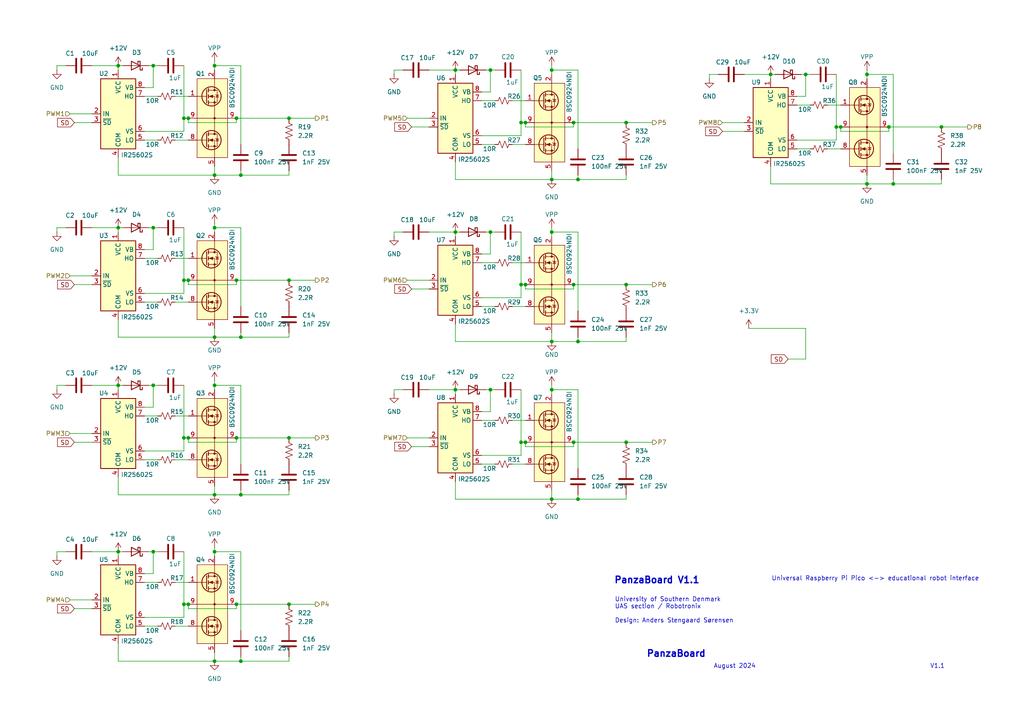
<source format=kicad_sch>
(kicad_sch (version 20231120) (generator "eeschema") (generator_version "8.0")
  (paper "A4")
  (junction (at 132.08 113.03))
  (junction (at 160.02 113.03))
  (junction (at 62.23 143.51))
  (junction (at 142.24 67.31))
  (junction (at 181.61 35.56))
  (junction (at 62.23 97.79))
  (junction (at 54.61 81.28))
  (junction (at 166.37 82.55))
  (junction (at 34.29 111.76))
  (junction (at 68.58 81.28))
  (junction (at 83.82 34.29))
  (junction (at 62.23 191.77))
  (junction (at 151.13 82.55))
  (junction (at 54.61 127))
  (junction (at 160.02 52.07))
  (junction (at 181.61 82.55))
  (junction (at 142.24 20.32))
  (junction (at 62.23 19.05))
  (junction (at 167.64 99.06))
  (junction (at 69.85 191.77))
  (junction (at 83.82 127))
  (junction (at 167.64 144.78))
  (junction (at 132.08 20.32))
  (junction (at 257.81 36.83))
  (junction (at 68.58 34.29))
  (junction (at 68.58 175.26))
  (junction (at 223.52 21.59))
  (junction (at 83.82 175.26))
  (junction (at 160.02 20.32))
  (junction (at 54.61 175.26))
  (junction (at 83.82 81.28))
  (junction (at 69.85 97.79))
  (junction (at 152.4 35.56))
  (junction (at 251.46 21.59))
  (junction (at 160.02 99.06))
  (junction (at 34.29 19.05))
  (junction (at 44.45 19.05))
  (junction (at 251.46 53.34))
  (junction (at 62.23 66.04))
  (junction (at 160.02 67.31))
  (junction (at 151.13 35.56))
  (junction (at 54.61 34.29))
  (junction (at 62.23 50.8))
  (junction (at 132.08 67.31))
  (junction (at 62.23 160.02))
  (junction (at 166.37 35.56))
  (junction (at 62.23 111.76))
  (junction (at 44.45 160.02))
  (junction (at 69.85 143.51))
  (junction (at 44.45 111.76))
  (junction (at 53.34 175.26))
  (junction (at 69.85 50.8))
  (junction (at 44.45 66.04))
  (junction (at 273.05 36.83))
  (junction (at 181.61 128.27))
  (junction (at 242.57 36.83))
  (junction (at 233.68 21.59))
  (junction (at 68.58 127))
  (junction (at 142.24 113.03))
  (junction (at 243.84 36.83))
  (junction (at 160.02 144.78))
  (junction (at 34.29 66.04))
  (junction (at 53.34 81.28))
  (junction (at 152.4 128.27))
  (junction (at 152.4 82.55))
  (junction (at 34.29 160.02))
  (junction (at 259.08 53.34))
  (junction (at 53.34 127))
  (junction (at 53.34 34.29))
  (junction (at 166.37 128.27))
  (junction (at 151.13 128.27))
  (junction (at 167.64 52.07))
  (wire (pts (xy 62.23 160.02) (xy 62.23 161.29)))
  (wire (pts (xy 118.11 127) (xy 124.46 127)))
  (wire (pts (xy 167.64 20.32) (xy 160.02 20.32)))
  (wire (pts (xy 166.37 128.27) (xy 181.61 128.27)))
  (wire (pts (xy 83.82 96.52) (xy 83.82 97.79)))
  (wire (pts (xy 181.61 97.79) (xy 181.61 99.06)))
  (wire (pts (xy 142.24 73.66) (xy 142.24 67.31)))
  (wire (pts (xy 54.61 127) (xy 54.61 128.27)))
  (wire (pts (xy 54.61 82.55) (xy 68.58 82.55)))
  (wire (pts (xy 54.61 81.28) (xy 54.61 82.55)))
  (wire (pts (xy 34.29 160.02) (xy 35.56 160.02)))
  (wire (pts (xy 53.34 34.29) (xy 53.34 38.1)))
  (wire (pts (xy 167.64 99.06) (xy 181.61 99.06)))
  (wire (pts (xy 44.45 19.05) (xy 43.18 19.05)))
  (wire (pts (xy 16.51 19.05) (xy 16.51 20.32)))
  (wire (pts (xy 83.82 142.24) (xy 83.82 143.51)))
  (wire (pts (xy 132.08 99.06) (xy 160.02 99.06)))
  (wire (pts (xy 41.91 74.93) (xy 45.72 74.93)))
  (wire (pts (xy 20.32 125.73) (xy 26.67 125.73)))
  (wire (pts (xy 50.8 87.63) (xy 54.61 87.63)))
  (wire (pts (xy 167.64 113.03) (xy 160.02 113.03)))
  (wire (pts (xy 160.02 96.52) (xy 160.02 99.06)))
  (wire (pts (xy 166.37 35.56) (xy 181.61 35.56)))
  (wire (pts (xy 166.37 35.56) (xy 166.37 36.83)))
  (wire (pts (xy 160.02 49.53) (xy 160.02 52.07)))
  (wire (pts (xy 142.24 67.31) (xy 140.97 67.31)))
  (wire (pts (xy 114.3 20.32) (xy 114.3 21.59)))
  (wire (pts (xy 44.45 66.04) (xy 43.18 66.04)))
  (wire (pts (xy 54.61 128.27) (xy 68.58 128.27)))
  (wire (pts (xy 116.84 67.31) (xy 114.3 67.31)))
  (wire (pts (xy 53.34 130.81) (xy 41.91 130.81)))
  (wire (pts (xy 41.91 72.39) (xy 44.45 72.39)))
  (wire (pts (xy 139.7 26.67) (xy 142.24 26.67)))
  (wire (pts (xy 34.29 97.79) (xy 62.23 97.79)))
  (wire (pts (xy 26.67 111.76) (xy 34.29 111.76)))
  (wire (pts (xy 116.84 20.32) (xy 114.3 20.32)))
  (wire (pts (xy 19.05 19.05) (xy 16.51 19.05)))
  (wire (pts (xy 19.05 111.76) (xy 16.51 111.76)))
  (wire (pts (xy 132.08 139.7) (xy 132.08 144.78)))
  (wire (pts (xy 45.72 66.04) (xy 44.45 66.04)))
  (wire (pts (xy 251.46 50.8) (xy 251.46 53.34)))
  (wire (pts (xy 16.51 160.02) (xy 16.51 161.29)))
  (wire (pts (xy 69.85 49.53) (xy 69.85 50.8)))
  (wire (pts (xy 68.58 34.29) (xy 68.58 35.56)))
  (wire (pts (xy 21.59 176.53) (xy 26.67 176.53)))
  (wire (pts (xy 45.72 111.76) (xy 44.45 111.76)))
  (wire (pts (xy 69.85 96.52) (xy 69.85 97.79)))
  (wire (pts (xy 69.85 50.8) (xy 62.23 50.8)))
  (wire (pts (xy 209.55 38.1) (xy 215.9 38.1)))
  (wire (pts (xy 54.61 127) (xy 53.34 127)))
  (wire (pts (xy 151.13 20.32) (xy 151.13 35.56)))
  (wire (pts (xy 26.67 66.04) (xy 34.29 66.04)))
  (wire (pts (xy 139.7 29.21) (xy 143.51 29.21)))
  (wire (pts (xy 83.82 34.29) (xy 91.44 34.29)))
  (wire (pts (xy 151.13 128.27) (xy 151.13 132.08)))
  (wire (pts (xy 53.34 111.76) (xy 53.34 127)))
  (wire (pts (xy 139.7 73.66) (xy 142.24 73.66)))
  (wire (pts (xy 119.38 83.82) (xy 124.46 83.82)))
  (wire (pts (xy 139.7 41.91) (xy 143.51 41.91)))
  (wire (pts (xy 217.17 95.25) (xy 233.68 95.25)))
  (wire (pts (xy 242.57 21.59) (xy 242.57 36.83)))
  (wire (pts (xy 45.72 19.05) (xy 44.45 19.05)))
  (wire (pts (xy 41.91 120.65) (xy 45.72 120.65)))
  (wire (pts (xy 151.13 113.03) (xy 151.13 128.27)))
  (wire (pts (xy 53.34 127) (xy 53.34 130.81)))
  (wire (pts (xy 142.24 26.67) (xy 142.24 20.32)))
  (wire (pts (xy 233.68 27.94) (xy 233.68 21.59)))
  (wire (pts (xy 62.23 189.23) (xy 62.23 191.77)))
  (wire (pts (xy 124.46 67.31) (xy 132.08 67.31)))
  (wire (pts (xy 34.29 66.04) (xy 34.29 67.31)))
  (wire (pts (xy 20.32 173.99) (xy 26.67 173.99)))
  (wire (pts (xy 160.02 20.32) (xy 160.02 21.59)))
  (wire (pts (xy 41.91 133.35) (xy 45.72 133.35)))
  (wire (pts (xy 69.85 66.04) (xy 62.23 66.04)))
  (wire (pts (xy 160.02 67.31) (xy 160.02 68.58)))
  (wire (pts (xy 132.08 46.99) (xy 132.08 52.07)))
  (wire (pts (xy 53.34 38.1) (xy 41.91 38.1)))
  (wire (pts (xy 21.59 35.56) (xy 26.67 35.56)))
  (wire (pts (xy 69.85 190.5) (xy 69.85 191.77)))
  (wire (pts (xy 83.82 49.53) (xy 83.82 50.8)))
  (wire (pts (xy 54.61 175.26) (xy 54.61 176.53)))
  (wire (pts (xy 41.91 25.4) (xy 44.45 25.4)))
  (wire (pts (xy 132.08 20.32) (xy 132.08 21.59)))
  (wire (pts (xy 16.51 66.04) (xy 16.51 67.31)))
  (wire (pts (xy 228.6 104.14) (xy 233.68 104.14)))
  (wire (pts (xy 181.61 35.56) (xy 189.23 35.56)))
  (wire (pts (xy 50.8 181.61) (xy 54.61 181.61)))
  (wire (pts (xy 41.91 87.63) (xy 45.72 87.63)))
  (wire (pts (xy 243.84 38.1) (xy 257.81 38.1)))
  (wire (pts (xy 181.61 50.8) (xy 181.61 52.07)))
  (wire (pts (xy 152.4 83.82) (xy 166.37 83.82)))
  (wire (pts (xy 53.34 66.04) (xy 53.34 81.28)))
  (wire (pts (xy 50.8 40.64) (xy 54.61 40.64)))
  (wire (pts (xy 44.45 118.11) (xy 44.45 111.76)))
  (wire (pts (xy 240.03 43.18) (xy 243.84 43.18)))
  (wire (pts (xy 142.24 20.32) (xy 140.97 20.32)))
  (wire (pts (xy 62.23 17.78) (xy 62.23 19.05)))
  (wire (pts (xy 16.51 111.76) (xy 16.51 113.03)))
  (wire (pts (xy 259.08 52.07) (xy 259.08 53.34)))
  (wire (pts (xy 243.84 36.83) (xy 242.57 36.83)))
  (wire (pts (xy 34.29 111.76) (xy 35.56 111.76)))
  (wire (pts (xy 69.85 97.79) (xy 83.82 97.79)))
  (wire (pts (xy 68.58 127) (xy 68.58 128.27)))
  (wire (pts (xy 62.23 48.26) (xy 62.23 50.8)))
  (wire (pts (xy 167.64 97.79) (xy 167.64 99.06)))
  (wire (pts (xy 54.61 175.26) (xy 53.34 175.26)))
  (wire (pts (xy 119.38 129.54) (xy 124.46 129.54)))
  (wire (pts (xy 240.03 30.48) (xy 243.84 30.48)))
  (wire (pts (xy 139.7 76.2) (xy 143.51 76.2)))
  (wire (pts (xy 251.46 20.32) (xy 251.46 21.59)))
  (wire (pts (xy 50.8 120.65) (xy 54.61 120.65)))
  (wire (pts (xy 118.11 34.29) (xy 124.46 34.29)))
  (wire (pts (xy 69.85 143.51) (xy 83.82 143.51)))
  (wire (pts (xy 259.08 53.34) (xy 251.46 53.34)))
  (wire (pts (xy 242.57 36.83) (xy 242.57 40.64)))
  (wire (pts (xy 167.64 52.07) (xy 160.02 52.07)))
  (wire (pts (xy 143.51 20.32) (xy 142.24 20.32)))
  (wire (pts (xy 68.58 175.26) (xy 68.58 176.53)))
  (wire (pts (xy 54.61 35.56) (xy 68.58 35.56)))
  (wire (pts (xy 44.45 111.76) (xy 43.18 111.76)))
  (wire (pts (xy 62.23 64.77) (xy 62.23 66.04)))
  (wire (pts (xy 139.7 134.62) (xy 143.51 134.62)))
  (wire (pts (xy 21.59 82.55) (xy 26.67 82.55)))
  (wire (pts (xy 152.4 35.56) (xy 152.4 36.83)))
  (wire (pts (xy 257.81 36.83) (xy 273.05 36.83)))
  (wire (pts (xy 53.34 179.07) (xy 41.91 179.07)))
  (wire (pts (xy 167.64 50.8) (xy 167.64 52.07)))
  (wire (pts (xy 41.91 118.11) (xy 44.45 118.11)))
  (wire (pts (xy 83.82 175.26) (xy 91.44 175.26)))
  (wire (pts (xy 34.29 66.04) (xy 35.56 66.04)))
  (wire (pts (xy 151.13 86.36) (xy 139.7 86.36)))
  (wire (pts (xy 231.14 27.94) (xy 233.68 27.94)))
  (wire (pts (xy 167.64 43.18) (xy 167.64 20.32)))
  (wire (pts (xy 69.85 143.51) (xy 62.23 143.51)))
  (wire (pts (xy 160.02 142.24) (xy 160.02 144.78)))
  (wire (pts (xy 231.14 30.48) (xy 234.95 30.48)))
  (wire (pts (xy 54.61 176.53) (xy 68.58 176.53)))
  (wire (pts (xy 151.13 132.08) (xy 139.7 132.08)))
  (wire (pts (xy 53.34 85.09) (xy 41.91 85.09)))
  (wire (pts (xy 62.23 66.04) (xy 62.23 67.31)))
  (wire (pts (xy 139.7 88.9) (xy 143.51 88.9)))
  (wire (pts (xy 69.85 50.8) (xy 83.82 50.8)))
  (wire (pts (xy 41.91 27.94) (xy 45.72 27.94)))
  (wire (pts (xy 167.64 90.17) (xy 167.64 67.31)))
  (wire (pts (xy 160.02 111.76) (xy 160.02 113.03)))
  (wire (pts (xy 26.67 19.05) (xy 34.29 19.05)))
  (wire (pts (xy 50.8 74.93) (xy 54.61 74.93)))
  (wire (pts (xy 132.08 52.07) (xy 160.02 52.07)))
  (wire (pts (xy 69.85 134.62) (xy 69.85 111.76)))
  (wire (pts (xy 148.59 121.92) (xy 152.4 121.92)))
  (wire (pts (xy 139.7 121.92) (xy 143.51 121.92)))
  (wire (pts (xy 151.13 82.55) (xy 151.13 86.36)))
  (wire (pts (xy 69.85 191.77) (xy 62.23 191.77)))
  (wire (pts (xy 148.59 88.9) (xy 152.4 88.9)))
  (wire (pts (xy 148.59 29.21) (xy 152.4 29.21)))
  (wire (pts (xy 34.29 191.77) (xy 62.23 191.77)))
  (wire (pts (xy 20.32 33.02) (xy 26.67 33.02)))
  (wire (pts (xy 160.02 113.03) (xy 160.02 114.3)))
  (wire (pts (xy 223.52 53.34) (xy 251.46 53.34)))
  (wire (pts (xy 205.74 21.59) (xy 205.74 22.86)))
  (wire (pts (xy 83.82 81.28) (xy 91.44 81.28)))
  (wire (pts (xy 41.91 40.64) (xy 45.72 40.64)))
  (wire (pts (xy 69.85 97.79) (xy 62.23 97.79)))
  (wire (pts (xy 166.37 82.55) (xy 166.37 83.82)))
  (wire (pts (xy 69.85 88.9) (xy 69.85 66.04)))
  (wire (pts (xy 53.34 81.28) (xy 53.34 85.09)))
  (wire (pts (xy 132.08 67.31) (xy 132.08 68.58)))
  (wire (pts (xy 62.23 158.75) (xy 62.23 160.02)))
  (wire (pts (xy 69.85 41.91) (xy 69.85 19.05)))
  (wire (pts (xy 62.23 95.25) (xy 62.23 97.79)))
  (wire (pts (xy 215.9 21.59) (xy 223.52 21.59)))
  (wire (pts (xy 166.37 128.27) (xy 166.37 129.54)))
  (wire (pts (xy 19.05 66.04) (xy 16.51 66.04)))
  (wire (pts (xy 151.13 35.56) (xy 151.13 39.37)))
  (wire (pts (xy 223.52 21.59) (xy 224.79 21.59)))
  (wire (pts (xy 62.23 111.76) (xy 62.23 113.03)))
  (wire (pts (xy 54.61 34.29) (xy 54.61 35.56)))
  (wire (pts (xy 152.4 36.83) (xy 166.37 36.83)))
  (wire (pts (xy 68.58 34.29) (xy 83.82 34.29)))
  (wire (pts (xy 26.67 160.02) (xy 34.29 160.02)))
  (wire (pts (xy 223.52 21.59) (xy 223.52 22.86)))
  (wire (pts (xy 132.08 67.31) (xy 133.35 67.31)))
  (wire (pts (xy 233.68 95.25) (xy 233.68 104.14)))
  (wire (pts (xy 152.4 129.54) (xy 166.37 129.54)))
  (wire (pts (xy 83.82 127) (xy 91.44 127)))
  (wire (pts (xy 152.4 82.55) (xy 152.4 83.82)))
  (wire (pts (xy 143.51 113.03) (xy 142.24 113.03)))
  (wire (pts (xy 132.08 20.32) (xy 133.35 20.32)))
  (wire (pts (xy 44.45 72.39) (xy 44.45 66.04)))
  (wire (pts (xy 34.29 92.71) (xy 34.29 97.79)))
  (wire (pts (xy 259.08 21.59) (xy 251.46 21.59)))
  (wire (pts (xy 118.11 81.28) (xy 124.46 81.28)))
  (wire (pts (xy 151.13 39.37) (xy 139.7 39.37)))
  (wire (pts (xy 50.8 168.91) (xy 54.61 168.91)))
  (wire (pts (xy 21.59 128.27) (xy 26.67 128.27)))
  (wire (pts (xy 148.59 134.62) (xy 152.4 134.62)))
  (wire (pts (xy 69.85 111.76) (xy 62.23 111.76)))
  (wire (pts (xy 167.64 135.89) (xy 167.64 113.03)))
  (wire (pts (xy 34.29 143.51) (xy 62.23 143.51)))
  (wire (pts (xy 62.23 19.05) (xy 62.23 20.32)))
  (wire (pts (xy 41.91 168.91) (xy 45.72 168.91)))
  (wire (pts (xy 208.28 21.59) (xy 205.74 21.59)))
  (wire (pts (xy 167.64 144.78) (xy 160.02 144.78)))
  (wire (pts (xy 41.91 181.61) (xy 45.72 181.61)))
  (wire (pts (xy 209.55 35.56) (xy 215.9 35.56)))
  (wire (pts (xy 233.68 21.59) (xy 232.41 21.59)))
  (wire (pts (xy 160.02 19.05) (xy 160.02 20.32)))
  (wire (pts (xy 44.45 25.4) (xy 44.45 19.05)))
  (wire (pts (xy 119.38 36.83) (xy 124.46 36.83)))
  (wire (pts (xy 132.08 93.98) (xy 132.08 99.06)))
  (wire (pts (xy 166.37 82.55) (xy 181.61 82.55)))
  (wire (pts (xy 68.58 81.28) (xy 83.82 81.28)))
  (wire (pts (xy 160.02 66.04) (xy 160.02 67.31)))
  (wire (pts (xy 259.08 44.45) (xy 259.08 21.59)))
  (wire (pts (xy 69.85 19.05) (xy 62.23 19.05)))
  (wire (pts (xy 152.4 128.27) (xy 152.4 129.54)))
  (wire (pts (xy 143.51 67.31) (xy 142.24 67.31)))
  (wire (pts (xy 167.64 67.31) (xy 160.02 67.31)))
  (wire (pts (xy 62.23 140.97) (xy 62.23 143.51)))
  (wire (pts (xy 142.24 113.03) (xy 140.97 113.03)))
  (wire (pts (xy 50.8 27.94) (xy 54.61 27.94)))
  (wire (pts (xy 152.4 128.27) (xy 151.13 128.27)))
  (wire (pts (xy 34.29 50.8) (xy 62.23 50.8)))
  (wire (pts (xy 152.4 82.55) (xy 151.13 82.55)))
  (wire (pts (xy 167.64 143.51) (xy 167.64 144.78)))
  (wire (pts (xy 44.45 160.02) (xy 43.18 160.02)))
  (wire (pts (xy 124.46 20.32) (xy 132.08 20.32)))
  (wire (pts (xy 44.45 166.37) (xy 44.45 160.02)))
  (wire (pts (xy 69.85 142.24) (xy 69.85 143.51)))
  (wire (pts (xy 234.95 21.59) (xy 233.68 21.59)))
  (wire (pts (xy 231.14 43.18) (xy 234.95 43.18)))
  (wire (pts (xy 68.58 82.55) (xy 68.58 81.28)))
  (wire (pts (xy 50.8 133.35) (xy 54.61 133.35)))
  (wire (pts (xy 139.7 119.38) (xy 142.24 119.38)))
  (wire (pts (xy 68.58 175.26) (xy 83.82 175.26)))
  (wire (pts (xy 152.4 35.56) (xy 151.13 35.56)))
  (wire (pts (xy 148.59 41.91) (xy 152.4 41.91)))
  (wire (pts (xy 132.08 144.78) (xy 160.02 144.78)))
  (wire (pts (xy 53.34 19.05) (xy 53.34 34.29)))
  (wire (pts (xy 116.84 113.03) (xy 114.3 113.03)))
  (wire (pts (xy 251.46 21.59) (xy 251.46 22.86)))
  (wire (pts (xy 167.64 99.06) (xy 160.02 99.06)))
  (wire (pts (xy 273.05 52.07) (xy 273.05 53.34)))
  (wire (pts (xy 273.05 36.83) (xy 280.67 36.83)))
  (wire (pts (xy 132.08 113.03) (xy 133.35 113.03)))
  (wire (pts (xy 148.59 76.2) (xy 152.4 76.2)))
  (wire (pts (xy 34.29 138.43) (xy 34.29 143.51)))
  (wire (pts (xy 167.64 52.07) (xy 181.61 52.07)))
  (wire (pts (xy 167.64 144.78) (xy 181.61 144.78)))
  (wire (pts (xy 257.81 36.83) (xy 257.81 38.1)))
  (wire (pts (xy 19.05 160.02) (xy 16.51 160.02)))
  (wire (pts (xy 53.34 160.02) (xy 53.34 175.26)))
  (wire (pts (xy 34.29 45.72) (xy 34.29 50.8)))
  (wire (pts (xy 34.29 19.05) (xy 35.56 19.05)))
  (wire (pts (xy 53.34 175.26) (xy 53.34 179.07)))
  (wire (pts (xy 54.61 81.28) (xy 53.34 81.28)))
  (wire (pts (xy 242.57 40.64) (xy 231.14 40.64)))
  (wire (pts (xy 181.61 143.51) (xy 181.61 144.78)))
  (wire (pts (xy 151.13 67.31) (xy 151.13 82.55)))
  (wire (pts (xy 223.52 48.26) (xy 223.52 53.34)))
  (wire (pts (xy 181.61 82.55) (xy 189.23 82.55)))
  (wire (pts (xy 41.91 166.37) (xy 44.45 166.37)))
  (wire (pts (xy 83.82 190.5) (xy 83.82 191.77)))
  (wire (pts (xy 114.3 113.03) (xy 114.3 114.3)))
  (wire (pts (xy 181.61 128.27) (xy 189.23 128.27)))
  (wire (pts (xy 34.29 111.76) (xy 34.29 113.03)))
  (wire (pts (xy 124.46 113.03) (xy 132.08 113.03)))
  (wire (pts (xy 45.72 160.02) (xy 44.45 160.02)))
  (wire (pts (xy 243.84 36.83) (xy 243.84 38.1)))
  (wire (pts (xy 69.85 182.88) (xy 69.85 160.02)))
  (wire (pts (xy 20.32 80.01) (xy 26.67 80.01)))
  (wire (pts (xy 142.24 119.38) (xy 142.24 113.03)))
  (wire (pts (xy 259.08 53.34) (xy 273.05 53.34)))
  (wire (pts (xy 114.3 67.31) (xy 114.3 68.58)))
  (wire (pts (xy 69.85 160.02) (xy 62.23 160.02)))
  (wire (pts (xy 132.08 113.03) (xy 132.08 114.3)))
  (wire (pts (xy 34.29 186.69) (xy 34.29 191.77)))
  (wire (pts (xy 54.61 34.29) (xy 53.34 34.29)))
  (wire (pts (xy 69.85 191.77) (xy 83.82 191.77)))
  (wire (pts (xy 68.58 127) (xy 83.82 127)))
  (wire (pts (xy 34.29 19.05) (xy 34.29 20.32)))
  (wire (pts (xy 62.23 110.49) (xy 62.23 111.76)))
  (wire (pts (xy 34.29 160.02) (xy 34.29 161.29)))
  (text "PanzaBoard" (at 187.452 189.738 0) (effects (font (size 1.905 1.905) (thickness 0.381) (bold yes)) (justify left)))
  (text "University of Southern Denmark\nUAS section / Robotronix\n\nDesign: Anders Stengaard Sørensen" (at 178.308 177.038 0) (effects (font (size 1.27 1.27)) (justify left)))
  (text "V1.1" (at 269.748 193.294 0) (effects (font (size 1.27 1.27)) (justify left)))
  (text "August 2024" (at 213.106 193.294 0) (effects (font (size 1.27 1.27))))
  (text "Universal Raspberry Pi Pico <-> educational robot interface" (at 223.774 167.894 0) (effects (font (size 1.27 1.27)) (justify left)))
  (text "PanzaBoard V1.1" (at 178.054 168.402 0) (effects (font (size 1.905 1.905) (thickness 0.381) (bold yes)) (justify left)))
  (global_label "SD" (shape input) (at 21.59 128.27 180) (property "Intersheetrefs" "${INTERSHEET_REFS}" (effects (hide yes))))
  (global_label "SD" (shape input) (at 119.38 36.83 180) (property "Intersheetrefs" "${INTERSHEET_REFS}" (effects (hide yes))))
  (global_label "SD" (shape input) (at 228.6 104.14 180) (property "Intersheetrefs" "${INTERSHEET_REFS}" (effects (hide yes))))
  (global_label "SD" (shape input) (at 21.59 35.56 180) (property "Intersheetrefs" "${INTERSHEET_REFS}" (effects (hide yes))))
  (global_label "SD" (shape input) (at 119.38 129.54 180) (property "Intersheetrefs" "${INTERSHEET_REFS}" (effects (hide yes))))
  (global_label "SD" (shape input) (at 21.59 82.55 180) (property "Intersheetrefs" "${INTERSHEET_REFS}" (effects (hide yes))))
  (global_label "SD" (shape input) (at 21.59 176.53 180) (property "Intersheetrefs" "${INTERSHEET_REFS}" (effects (hide yes))))
  (global_label "SD" (shape input) (at 209.55 38.1 180) (property "Intersheetrefs" "${INTERSHEET_REFS}" (effects (hide yes))))
  (global_label "SD" (shape input) (at 119.38 83.82 180) (property "Intersheetrefs" "${INTERSHEET_REFS}" (effects (hide yes))))
  (hierarchical_label "P2" (shape output) (at 91.44 81.28 0))
  (hierarchical_label "PWM5" (shape input) (at 118.11 34.29 180))
  (hierarchical_label "PWM6" (shape input) (at 118.11 81.28 180))
  (hierarchical_label "P4" (shape output) (at 91.44 175.26 0))
  (hierarchical_label "PWM1" (shape input) (at 20.32 33.02 180))
  (hierarchical_label "P6" (shape output) (at 189.23 82.55 0))
  (hierarchical_label "PWM2" (shape input) (at 20.32 80.01 180))
  (hierarchical_label "PWM8" (shape input) (at 209.55 35.56 180))
  (hierarchical_label "P1" (shape output) (at 91.44 34.29 0))
  (hierarchical_label "P3" (shape output) (at 91.44 127 0))
  (hierarchical_label "P7" (shape output) (at 189.23 128.27 0))
  (hierarchical_label "PWM3" (shape input) (at 20.32 125.73 180))
  (hierarchical_label "PWM7" (shape input) (at 118.11 127 180))
  (hierarchical_label "PWM4" (shape input) (at 20.32 173.99 180))
  (hierarchical_label "P8" (shape output) (at 280.67 36.83 0))
  (hierarchical_label "P5" (shape output) (at 189.23 35.56 0))
  (symbol (lib_id "Device:C") (at 49.53 66.04 90) (unit 1)
    (property "Reference" "C6" (at 49.53 62.23 90))
    (property "Value" "1uF" (at 50.8 69.596 90))
    (property "Footprint" "Capacitor_SMD:C_0603_1608Metric" (effects (hide yes)))
    (property "Description" "Unpolarized capacitor 16V" (effects (hide yes)))
  )
  (symbol (lib_id "Device:C") (at 181.61 139.7 180) (unit 1)
    (property "Reference" "C28" (at 185.42 138.4299 0) (effects (justify right)))
    (property "Value" "1nF 25V" (at 185.42 140.9699 0) (effects (justify right)))
    (property "Footprint" "Capacitor_SMD:C_0603_1608Metric" (effects (hide yes)))
    (property "Description" "Unpolarized capacitor 16V" (effects (hide yes)))
  )
  (symbol (lib_id "Device:D_Schottky") (at 137.16 113.03 180) (unit 1)
    (property "Reference" "D9" (at 137.414 109.22 0))
    (property "Value" "CES521" (effects (hide yes)))
    (property "Footprint" "Diode_SMD:D_SOD-523" (effects (hide yes)))
    (property "Datasheet" "https://toshiba.semicon-storage.com/info/CES521_datasheet_en_20140414.pdf?did=7054&prodName=CES521" (effects (hide yes)))
    (property "Description" "Toshiba: CES521" (effects (hide yes)))
    (property "Vendor" "Mouser" (effects (hide yes)))
    (property "Vendor ID" "757-CES521L3F" (effects (hide yes)))
  )
  (symbol (lib_id "Device:C") (at 49.53 19.05 90) (unit 1)
    (property "Reference" "C5" (at 49.53 15.24 90))
    (property "Value" "1uF" (at 50.8 22.606 90))
    (property "Footprint" "Capacitor_SMD:C_0603_1608Metric" (effects (hide yes)))
    (property "Description" "Unpolarized capacitor 16V" (effects (hide yes)))
  )
  (symbol (lib_id "ass_ic:N-ch_bridge") (at 62.23 173.99 0) (unit 1)
    (property "Reference" "Q4" (at 58.166 162.306 0))
    (property "Value" "BSC0924NDI" (at 67.31 166.37 90))
    (property "Footprint" "ass_misc:PG-TISON8" (effects (hide yes)))
    (property "Datasheet" "https://www.infineon.com/dgdl/Infineon-BSC0924NDI-DS-v02_00-en.pdf?fileId=db3a304336ca04c90136ceae245448f5" (effects (hide yes)))
    (property "Description" "Dual N channel bridge" (effects (hide yes)))
    (property "MFR" "BSC0924NDI " (effects (hide yes)))
    (property "MFR#" "Infineon Technologies " (effects (hide yes)))
    (property "Vendor" "Mouser" (effects (hide yes)))
    (property "Vendor ID" "726-BSC0924NDI " (effects (hide yes)))
  )
  (symbol (lib_id "Device:C") (at 49.53 160.02 90) (unit 1)
    (property "Reference" "C8" (at 49.53 156.21 90))
    (property "Value" "1uF" (at 50.8 163.576 90))
    (property "Footprint" "Capacitor_SMD:C_0603_1608Metric" (effects (hide yes)))
    (property "Description" "Unpolarized capacitor 16V" (effects (hide yes)))
  )
  (symbol (lib_id "power:GND") (at 62.23 50.8 0) (unit 1)
    (property "Reference" "#PWR044" (effects (hide yes)))
    (property "Value" "GND" (at 62.23 55.88 0))
    (property "Description" "Power symbol creates a global label with name \"GND\" , ground" (effects (hide yes)))
  )
  (symbol (lib_id "Device:R_Small_US") (at 146.05 134.62 90) (unit 1)
    (property "Reference" "R31" (at 149.098 133.35 90))
    (property "Value" "10R" (at 141.986 135.89 90))
    (property "Footprint" "Resistor_SMD:R_0603_1608Metric" (effects (hide yes)))
    (property "Description" "Resistor, small US symbol" (effects (hide yes)))
  )
  (symbol (lib_name "ass_ic:N-ch_bridge") (lib_id "ass_ic:N-ch_bridge") (at 62.23 125.73 0) (unit 1)
    (property "Reference" "Q3" (at 58.166 114.046 0))
    (property "Value" "BSC0924NDI" (at 67.31 118.11 90))
    (property "Footprint" "ass_misc:PG-TISON8" (effects (hide yes)))
    (property "Datasheet" "https://www.infineon.com/dgdl/Infineon-BSC0924NDI-DS-v02_00-en.pdf?fileId=db3a304336ca04c90136ceae245448f5" (effects (hide yes)))
    (property "Description" "Dual N channel bridge" (effects (hide yes)))
    (property "MFR" "BSC0924NDI " (effects (hide yes)))
    (property "MFR#" "Infineon Technologies " (effects (hide yes)))
    (property "Vendor" "Mouser" (effects (hide yes)))
    (property "Vendor ID" "726-BSC0924NDI " (effects (hide yes)))
  )
  (symbol (lib_id "Device:C") (at 83.82 186.69 180) (unit 1)
    (property "Reference" "C16" (at 87.63 185.4199 0) (effects (justify right)))
    (property "Value" "1nF 25V" (at 87.63 187.9599 0) (effects (justify right)))
    (property "Footprint" "Capacitor_SMD:C_0603_1608Metric" (effects (hide yes)))
    (property "Description" "Unpolarized capacitor 16V" (effects (hide yes)))
  )
  (symbol (lib_id "Device:C") (at 83.82 45.72 180) (unit 1)
    (property "Reference" "C13" (at 87.63 44.4499 0) (effects (justify right)))
    (property "Value" "1nF 25V" (at 87.63 46.9899 0) (effects (justify right)))
    (property "Footprint" "Capacitor_SMD:C_0603_1608Metric" (effects (hide yes)))
    (property "Description" "Unpolarized capacitor 16V" (effects (hide yes)))
  )
  (symbol (lib_id "Device:R_US") (at 83.82 38.1 0) (unit 1)
    (property "Reference" "R19" (at 86.36 36.8299 0) (effects (justify left)))
    (property "Value" "2.2R" (at 86.36 39.3699 0) (effects (justify left)))
    (property "Footprint" "Resistor_SMD:R_0603_1608Metric" (effects (hide yes)))
    (property "Description" "Resistor, US symbol" (effects (hide yes)))
  )
  (symbol (lib_id "Device:R_Small_US") (at 48.26 27.94 90) (unit 1)
    (property "Reference" "R11" (at 51.308 26.67 90))
    (property "Value" "10R" (at 44.196 29.21 90))
    (property "Footprint" "Resistor_SMD:R_0603_1608Metric" (effects (hide yes)))
    (property "Description" "Resistor, small US symbol" (effects (hide yes)))
  )
  (symbol (lib_id "Device:C") (at 22.86 19.05 90) (unit 1)
    (property "Reference" "C1" (at 20.32 15.494 90))
    (property "Value" "10uF" (at 26.162 15.494 90))
    (property "Footprint" "Capacitor_SMD:C_1206_3216Metric" (effects (hide yes)))
    (property "Description" "10uF 25V" (effects (hide yes)))
    (property "MFR" "Samsung Electro-Mechanics " (effects (hide yes)))
    (property "MFR#" "CL31A106KAHNFNE " (effects (hide yes)))
    (property "Vendor" "Mouser" (effects (hide yes)))
    (property "Vendor ID" "187-CL31A106KAHNFNE " (effects (hide yes)))
  )
  (symbol (lib_id "Device:R_Small_US") (at 48.26 120.65 90) (unit 1)
    (property "Reference" "R15" (at 51.308 119.38 90))
    (property "Value" "10R" (at 44.196 121.92 90))
    (property "Footprint" "Resistor_SMD:R_0603_1608Metric" (effects (hide yes)))
    (property "Description" "Resistor, small US symbol" (effects (hide yes)))
  )
  (symbol (lib_id "Device:R_US") (at 83.82 130.81 0) (unit 1)
    (property "Reference" "R21" (at 86.36 129.5399 0) (effects (justify left)))
    (property "Value" "2.2R" (at 86.36 132.0799 0) (effects (justify left)))
    (property "Footprint" "Resistor_SMD:R_0603_1608Metric" (effects (hide yes)))
    (property "Description" "Resistor, US symbol" (effects (hide yes)))
  )
  (symbol (lib_id "Device:D_Schottky") (at 39.37 19.05 180) (unit 1)
    (property "Reference" "D3" (at 39.624 15.24 0))
    (property "Value" "CES521" (effects (hide yes)))
    (property "Footprint" "Diode_SMD:D_SOD-523" (effects (hide yes)))
    (property "Datasheet" "https://toshiba.semicon-storage.com/info/CES521_datasheet_en_20140414.pdf?did=7054&prodName=CES521" (effects (hide yes)))
    (property "Description" "Toshiba: CES521" (effects (hide yes)))
    (property "Vendor" "Mouser" (effects (hide yes)))
    (property "Vendor ID" "757-CES521L3F" (effects (hide yes)))
  )
  (symbol (lib_id "power:VPP") (at 160.02 19.05 0) (unit 1)
    (property "Reference" "#PWR060" (effects (hide yes)))
    (property "Value" "VPP" (at 160.02 15.24 0))
    (property "Description" "Power symbol creates a global label with name \"VPP\"" (effects (hide yes)))
  )
  (symbol (lib_id "Driver_FET:IR25602S") (at 34.29 80.01 0) (unit 1)
    (property "Reference" "U3" (at 28.702 68.326 0) (effects (justify left)))
    (property "Value" "IR25602S" (at 35.052 91.948 0) (effects (justify left)))
    (property "Footprint" "Package_SO:SOIC-8_3.9x4.9mm_P1.27mm" (effects (hide yes)))
    (property "Datasheet" "https://www.infineon.com/dgdl/Infineon-IR25602S-DataSheet-v01_00-EN.pdf?fileId=5546d46269e1c019016a4a7638054abb" (effects (hide yes)))
    (property "Description" "Half-Bridge Driver, 600V, 210/360mA, PDIP-8/SOIC-8" (effects (hide yes)))
    (property "Vendor" "Mouser" (effects (hide yes)))
    (property "Vendor ID" "942-IR25602STRPBF" (effects (hide yes)))
  )
  (symbol (lib_id "power:VPP") (at 62.23 64.77 0) (unit 1)
    (property "Reference" "#PWR045" (effects (hide yes)))
    (property "Value" "VPP" (at 62.23 60.96 0))
    (property "Description" "Power symbol creates a global label with name \"VPP\"" (effects (hide yes)))
  )
  (symbol (lib_id "Device:D_Schottky") (at 39.37 111.76 180) (unit 1)
    (property "Reference" "D5" (at 39.624 107.95 0))
    (property "Value" "CES521" (effects (hide yes)))
    (property "Footprint" "Diode_SMD:D_SOD-523" (effects (hide yes)))
    (property "Datasheet" "https://toshiba.semicon-storage.com/info/CES521_datasheet_en_20140414.pdf?did=7054&prodName=CES521" (effects (hide yes)))
    (property "Description" "Toshiba: CES521" (effects (hide yes)))
    (property "Vendor" "Mouser" (effects (hide yes)))
    (property "Vendor ID" "757-CES521L3F" (effects (hide yes)))
  )
  (symbol (lib_id "Device:C") (at 167.64 139.7 180) (unit 1)
    (property "Reference" "C25" (at 171.45 138.4299 0) (effects (justify right)))
    (property "Value" "100nF 25V" (at 171.45 140.9699 0) (effects (justify right)))
    (property "Footprint" "Capacitor_SMD:C_0603_1608Metric" (effects (hide yes)))
    (property "Description" "Unpolarized capacitor 50V" (effects (hide yes)))
  )
  (symbol (lib_id "power:GND") (at 160.02 144.78 0) (unit 1)
    (property "Reference" "#PWR065" (effects (hide yes)))
    (property "Value" "GND" (at 160.02 149.86 0))
    (property "Description" "Power symbol creates a global label with name \"GND\" , ground" (effects (hide yes)))
  )
  (symbol (lib_id "ass_ic:N-ch_bridge") (at 251.46 35.56 0) (unit 1)
    (property "Reference" "Q8" (at 247.396 23.876 0))
    (property "Value" "BSC0924NDI" (at 256.54 27.94 90))
    (property "Footprint" "ass_misc:PG-TISON8" (effects (hide yes)))
    (property "Datasheet" "https://www.infineon.com/dgdl/Infineon-BSC0924NDI-DS-v02_00-en.pdf?fileId=db3a304336ca04c90136ceae245448f5" (effects (hide yes)))
    (property "Description" "Dual N channel bridge" (effects (hide yes)))
    (property "MFR" "BSC0924NDI " (effects (hide yes)))
    (property "MFR#" "Infineon Technologies " (effects (hide yes)))
    (property "Vendor" "Mouser" (effects (hide yes)))
    (property "Vendor ID" "726-BSC0924NDI " (effects (hide yes)))
  )
  (symbol (lib_id "Device:C") (at 22.86 111.76 90) (unit 1)
    (property "Reference" "C3" (at 20.32 108.204 90))
    (property "Value" "10uF" (at 26.162 108.204 90))
    (property "Footprint" "Capacitor_SMD:C_1206_3216Metric" (effects (hide yes)))
    (property "Description" "10uF 25V" (effects (hide yes)))
    (property "MFR" "Samsung Electro-Mechanics " (effects (hide yes)))
    (property "MFR#" "CL31A106KAHNFNE " (effects (hide yes)))
    (property "Vendor" "Mouser" (effects (hide yes)))
    (property "Vendor ID" "187-CL31A106KAHNFNE " (effects (hide yes)))
  )
  (symbol (lib_id "power:VPP") (at 62.23 158.75 0) (unit 1)
    (property "Reference" "#PWR049" (effects (hide yes)))
    (property "Value" "VPP" (at 62.23 154.94 0))
    (property "Description" "Power symbol creates a global label with name \"VPP\"" (effects (hide yes)))
  )
  (symbol (lib_id "Device:D_Schottky") (at 137.16 20.32 180) (unit 1)
    (property "Reference" "D7" (at 137.414 16.51 0))
    (property "Value" "CES521" (effects (hide yes)))
    (property "Footprint" "Diode_SMD:D_SOD-523" (effects (hide yes)))
    (property "Datasheet" "https://toshiba.semicon-storage.com/info/CES521_datasheet_en_20140414.pdf?did=7054&prodName=CES521" (effects (hide yes)))
    (property "Description" "Toshiba: CES521" (effects (hide yes)))
    (property "Vendor" "Mouser" (effects (hide yes)))
    (property "Vendor ID" "757-CES521L3F" (effects (hide yes)))
  )
  (symbol (lib_id "Device:C") (at 167.64 46.99 180) (unit 1)
    (property "Reference" "C23" (at 171.45 45.7199 0) (effects (justify right)))
    (property "Value" "100nF 25V" (at 171.45 48.2599 0) (effects (justify right)))
    (property "Footprint" "Capacitor_SMD:C_0603_1608Metric" (effects (hide yes)))
    (property "Description" "Unpolarized capacitor 50V" (effects (hide yes)))
  )
  (symbol (lib_id "Device:C") (at 49.53 111.76 90) (unit 1)
    (property "Reference" "C7" (at 49.53 107.95 90))
    (property "Value" "1uF" (at 50.8 115.316 90))
    (property "Footprint" "Capacitor_SMD:C_0603_1608Metric" (effects (hide yes)))
    (property "Description" "Unpolarized capacitor 16V" (effects (hide yes)))
  )
  (symbol (lib_id "Device:C") (at 69.85 186.69 180) (unit 1)
    (property "Reference" "C12" (at 73.66 185.4199 0) (effects (justify right)))
    (property "Value" "100nF 25V" (at 73.66 187.9599 0) (effects (justify right)))
    (property "Footprint" "Capacitor_SMD:C_0603_1608Metric" (effects (hide yes)))
    (property "Description" "Unpolarized capacitor 50V" (effects (hide yes)))
  )
  (symbol (lib_id "Driver_FET:IR25602S") (at 34.29 173.99 0) (unit 1)
    (property "Reference" "U5" (at 28.702 162.306 0) (effects (justify left)))
    (property "Value" "IR25602S" (at 35.052 185.928 0) (effects (justify left)))
    (property "Footprint" "Package_SO:SOIC-8_3.9x4.9mm_P1.27mm" (effects (hide yes)))
    (property "Datasheet" "https://www.infineon.com/dgdl/Infineon-IR25602S-DataSheet-v01_00-EN.pdf?fileId=5546d46269e1c019016a4a7638054abb" (effects (hide yes)))
    (property "Description" "Half-Bridge Driver, 600V, 210/360mA, PDIP-8/SOIC-8" (effects (hide yes)))
    (property "Vendor" "Mouser" (effects (hide yes)))
    (property "Vendor ID" "942-IR25602STRPBF" (effects (hide yes)))
  )
  (symbol (lib_id "Device:C") (at 120.65 113.03 90) (unit 1)
    (property "Reference" "C19" (at 118.11 109.474 90))
    (property "Value" "10uF" (at 123.952 109.474 90))
    (property "Footprint" "Capacitor_SMD:C_1206_3216Metric" (effects (hide yes)))
    (property "Description" "10uF 25V" (effects (hide yes)))
    (property "MFR" "Samsung Electro-Mechanics " (effects (hide yes)))
    (property "MFR#" "CL31A106KAHNFNE " (effects (hide yes)))
    (property "Vendor" "Mouser" (effects (hide yes)))
    (property "Vendor ID" "187-CL31A106KAHNFNE " (effects (hide yes)))
  )
  (symbol (lib_id "power:+12V") (at 34.29 19.05 0) (unit 1)
    (property "Reference" "#PWR039" (effects (hide yes)))
    (property "Value" "+12V" (at 34.29 13.97 0))
    (property "Description" "Power symbol creates a global label with name \"+12V\"" (effects (hide yes)))
  )
  (symbol (lib_id "Device:C") (at 147.32 20.32 90) (unit 1)
    (property "Reference" "C20" (at 147.32 16.51 90))
    (property "Value" "1uF" (at 148.59 23.876 90))
    (property "Footprint" "Capacitor_SMD:C_0603_1608Metric" (effects (hide yes)))
    (property "Description" "Unpolarized capacitor 16V" (effects (hide yes)))
  )
  (symbol (lib_id "Device:C") (at 22.86 160.02 90) (unit 1)
    (property "Reference" "C4" (at 20.32 156.464 90))
    (property "Value" "10uF" (at 26.162 156.464 90))
    (property "Footprint" "Capacitor_SMD:C_1206_3216Metric" (effects (hide yes)))
    (property "Description" "10uF 25V" (effects (hide yes)))
    (property "MFR" "Samsung Electro-Mechanics " (effects (hide yes)))
    (property "MFR#" "CL31A106KAHNFNE " (effects (hide yes)))
    (property "Vendor" "Mouser" (effects (hide yes)))
    (property "Vendor ID" "187-CL31A106KAHNFNE " (effects (hide yes)))
  )
  (symbol (lib_id "power:VPP") (at 160.02 66.04 0) (unit 1)
    (property "Reference" "#PWR062" (effects (hide yes)))
    (property "Value" "VPP" (at 160.02 62.23 0))
    (property "Description" "Power symbol creates a global label with name \"VPP\"" (effects (hide yes)))
  )
  (symbol (lib_id "Driver_FET:IR25602S") (at 132.08 81.28 0) (unit 1)
    (property "Reference" "U7" (at 126.492 69.596 0) (effects (justify left)))
    (property "Value" "IR25602S" (at 132.842 93.218 0) (effects (justify left)))
    (property "Footprint" "Package_SO:SOIC-8_3.9x4.9mm_P1.27mm" (effects (hide yes)))
    (property "Datasheet" "https://www.infineon.com/dgdl/Infineon-IR25602S-DataSheet-v01_00-EN.pdf?fileId=5546d46269e1c019016a4a7638054abb" (effects (hide yes)))
    (property "Description" "Half-Bridge Driver, 600V, 210/360mA, PDIP-8/SOIC-8" (effects (hide yes)))
    (property "Vendor" "Mouser" (effects (hide yes)))
    (property "Vendor ID" "942-IR25602STRPBF" (effects (hide yes)))
  )
  (symbol (lib_id "power:VPP") (at 160.02 111.76 0) (unit 1)
    (property "Reference" "#PWR064" (effects (hide yes)))
    (property "Value" "VPP" (at 160.02 107.95 0))
    (property "Description" "Power symbol creates a global label with name \"VPP\"" (effects (hide yes)))
  )
  (symbol (lib_id "Driver_FET:IR25602S") (at 34.29 125.73 0) (unit 1)
    (property "Reference" "U4" (at 28.702 114.046 0) (effects (justify left)))
    (property "Value" "IR25602S" (at 35.052 137.668 0) (effects (justify left)))
    (property "Footprint" "Package_SO:SOIC-8_3.9x4.9mm_P1.27mm" (effects (hide yes)))
    (property "Datasheet" "https://www.infineon.com/dgdl/Infineon-IR25602S-DataSheet-v01_00-EN.pdf?fileId=5546d46269e1c019016a4a7638054abb" (effects (hide yes)))
    (property "Description" "Half-Bridge Driver, 600V, 210/360mA, PDIP-8/SOIC-8" (effects (hide yes)))
    (property "Vendor" "Mouser" (effects (hide yes)))
    (property "Vendor ID" "942-IR25602STRPBF" (effects (hide yes)))
  )
  (symbol (lib_id "Device:R_US") (at 83.82 85.09 0) (unit 1)
    (property "Reference" "R20" (at 86.36 83.8199 0) (effects (justify left)))
    (property "Value" "2.2R" (at 86.36 86.3599 0) (effects (justify left)))
    (property "Footprint" "Resistor_SMD:R_0603_1608Metric" (effects (hide yes)))
    (property "Description" "Resistor, US symbol" (effects (hide yes)))
  )
  (symbol (lib_id "Device:R_US") (at 273.05 40.64 0) (unit 1)
    (property "Reference" "R38" (at 275.59 39.3699 0) (effects (justify left)))
    (property "Value" "2.2R" (at 275.59 41.9099 0) (effects (justify left)))
    (property "Footprint" "Resistor_SMD:R_0603_1608Metric" (effects (hide yes)))
    (property "Description" "Resistor, US symbol" (effects (hide yes)))
  )
  (symbol (lib_id "Device:D_Schottky") (at 137.16 67.31 180) (unit 1)
    (property "Reference" "D8" (at 137.414 63.5 0))
    (property "Value" "CES521" (effects (hide yes)))
    (property "Footprint" "Diode_SMD:D_SOD-523" (effects (hide yes)))
    (property "Datasheet" "https://toshiba.semicon-storage.com/info/CES521_datasheet_en_20140414.pdf?did=7054&prodName=CES521" (effects (hide yes)))
    (property "Description" "Toshiba: CES521" (effects (hide yes)))
    (property "Vendor" "Mouser" (effects (hide yes)))
    (property "Vendor ID" "757-CES521L3F" (effects (hide yes)))
  )
  (symbol (lib_id "power:GND") (at 160.02 52.07 0) (unit 1)
    (property "Reference" "#PWR061" (effects (hide yes)))
    (property "Value" "GND" (at 160.02 57.15 0))
    (property "Description" "Power symbol creates a global label with name \"GND\" , ground" (effects (hide yes)))
  )
  (symbol (lib_id "Driver_FET:IR25602S") (at 223.52 35.56 0) (unit 1)
    (property "Reference" "U9" (at 217.932 23.876 0) (effects (justify left)))
    (property "Value" "IR25602S" (at 224.282 47.498 0) (effects (justify left)))
    (property "Footprint" "Package_SO:SOIC-8_3.9x4.9mm_P1.27mm" (effects (hide yes)))
    (property "Datasheet" "https://www.infineon.com/dgdl/Infineon-IR25602S-DataSheet-v01_00-EN.pdf?fileId=5546d46269e1c019016a4a7638054abb" (effects (hide yes)))
    (property "Description" "Half-Bridge Driver, 600V, 210/360mA, PDIP-8/SOIC-8" (effects (hide yes)))
    (property "Vendor" "Mouser" (effects (hide yes)))
    (property "Vendor ID" "942-IR25602STRPBF" (effects (hide yes)))
  )
  (symbol (lib_id "Device:C") (at 22.86 66.04 90) (unit 1)
    (property "Reference" "C2" (at 20.32 62.484 90))
    (property "Value" "10uF" (at 26.162 62.484 90))
    (property "Footprint" "Capacitor_SMD:C_1206_3216Metric" (effects (hide yes)))
    (property "Description" "10uF 25V" (effects (hide yes)))
    (property "MFR" "Samsung Electro-Mechanics " (effects (hide yes)))
    (property "MFR#" "CL31A106KAHNFNE " (effects (hide yes)))
    (property "Vendor" "Mouser" (effects (hide yes)))
    (property "Vendor ID" "187-CL31A106KAHNFNE " (effects (hide yes)))
  )
  (symbol (lib_id "power:GND") (at 251.46 53.34 0) (unit 1)
    (property "Reference" "#PWR070" (effects (hide yes)))
    (property "Value" "GND" (at 251.46 58.42 0))
    (property "Description" "Power symbol creates a global label with name \"GND\" , ground" (effects (hide yes)))
  )
  (symbol (lib_id "power:VPP") (at 251.46 20.32 0) (unit 1)
    (property "Reference" "#PWR069" (effects (hide yes)))
    (property "Value" "VPP" (at 251.46 16.51 0))
    (property "Description" "Power symbol creates a global label with name \"VPP\"" (effects (hide yes)))
  )
  (symbol (lib_id "Device:R_Small_US") (at 237.49 43.18 90) (unit 1)
    (property "Reference" "R37" (at 240.538 41.91 90))
    (property "Value" "10R" (at 233.426 44.45 90))
    (property "Footprint" "Resistor_SMD:R_0603_1608Metric" (effects (hide yes)))
    (property "Description" "Resistor, small US symbol" (effects (hide yes)))
  )
  (symbol (lib_id "power:VPP") (at 62.23 17.78 0) (unit 1)
    (property "Reference" "#PWR043" (effects (hide yes)))
    (property "Value" "VPP" (at 62.23 13.97 0))
    (property "Description" "Power symbol creates a global label with name \"VPP\"" (effects (hide yes)))
  )
  (symbol (lib_id "Device:C") (at 83.82 138.43 180) (unit 1)
    (property "Reference" "C15" (at 87.63 137.1599 0) (effects (justify right)))
    (property "Value" "1nF 25V" (at 87.63 139.6999 0) (effects (justify right)))
    (property "Footprint" "Capacitor_SMD:C_0603_1608Metric" (effects (hide yes)))
    (property "Description" "Unpolarized capacitor 16V" (effects (hide yes)))
  )
  (symbol (lib_id "power:GND") (at 205.74 22.86 0) (unit 1)
    (property "Reference" "#PWR066" (effects (hide yes)))
    (property "Value" "GND" (at 205.74 27.94 0))
    (property "Description" "Power symbol creates a global label with name \"GND\" , ground" (effects (hide yes)))
  )
  (symbol (lib_id "Device:C") (at 167.64 93.98 180) (unit 1)
    (property "Reference" "C24" (at 171.45 92.7099 0) (effects (justify right)))
    (property "Value" "100nF 25V" (at 171.45 95.2499 0) (effects (justify right)))
    (property "Footprint" "Capacitor_SMD:C_0603_1608Metric" (effects (hide yes)))
    (property "Description" "Unpolarized capacitor 50V" (effects (hide yes)))
  )
  (symbol (lib_id "Device:C") (at 259.08 48.26 180) (unit 1)
    (property "Reference" "C31" (at 262.89 46.9899 0) (effects (justify right)))
    (property "Value" "100nF 25V" (at 262.89 49.5299 0) (effects (justify right)))
    (property "Footprint" "Capacitor_SMD:C_0603_1608Metric" (effects (hide yes)))
    (property "Description" "Unpolarized capacitor 50V" (effects (hide yes)))
  )
  (symbol (lib_id "power:+3.3V") (at 217.17 95.25 0) (unit 1)
    (property "Reference" "#PWR035" (effects (hide yes)))
    (property "Value" "+3.3V" (at 217.17 90.17 0))
    (property "Description" "Power symbol creates a global label with name \"+3.3V\"" (effects (hide yes)))
  )
  (symbol (lib_id "Device:C") (at 147.32 113.03 90) (unit 1)
    (property "Reference" "C22" (at 147.32 109.22 90))
    (property "Value" "1uF" (at 148.59 116.586 90))
    (property "Footprint" "Capacitor_SMD:C_0603_1608Metric" (effects (hide yes)))
    (property "Description" "Unpolarized capacitor 16V" (effects (hide yes)))
  )
  (symbol (lib_id "power:GND") (at 114.3 114.3 0) (unit 1)
    (property "Reference" "#PWR053" (effects (hide yes)))
    (property "Value" "GND" (at 114.3 119.38 0))
    (property "Description" "Power symbol creates a global label with name \"GND\" , ground" (effects (hide yes)))
  )
  (symbol (lib_id "Device:C") (at 120.65 20.32 90) (unit 1)
    (property "Reference" "C17" (at 118.11 16.764 90))
    (property "Value" "10uF" (at 123.952 16.764 90))
    (property "Footprint" "Capacitor_SMD:C_1206_3216Metric" (effects (hide yes)))
    (property "Description" "10uF 25V" (effects (hide yes)))
    (property "MFR" "Samsung Electro-Mechanics " (effects (hide yes)))
    (property "MFR#" "CL31A106KAHNFNE " (effects (hide yes)))
    (property "Vendor" "Mouser" (effects (hide yes)))
    (property "Vendor ID" "187-CL31A106KAHNFNE " (effects (hide yes)))
  )
  (symbol (lib_id "Device:R_Small_US") (at 146.05 41.91 90) (unit 1)
    (property "Reference" "R27" (at 149.098 40.64 90))
    (property "Value" "10R" (at 141.986 43.18 90))
    (property "Footprint" "Resistor_SMD:R_0603_1608Metric" (effects (hide yes)))
    (property "Description" "Resistor, small US symbol" (effects (hide yes)))
  )
  (symbol (lib_id "power:VPP") (at 62.23 110.49 0) (unit 1)
    (property "Reference" "#PWR047" (effects (hide yes)))
    (property "Value" "VPP" (at 62.23 106.68 0))
    (property "Description" "Power symbol creates a global label with name \"VPP\"" (effects (hide yes)))
  )
  (symbol (lib_id "ass_ic:N-ch_bridge") (at 160.02 127 0) (unit 1)
    (property "Reference" "Q7" (at 155.956 115.316 0))
    (property "Value" "BSC0924NDI" (at 165.1 119.38 90))
    (property "Footprint" "ass_misc:PG-TISON8" (effects (hide yes)))
    (property "Datasheet" "https://www.infineon.com/dgdl/Infineon-BSC0924NDI-DS-v02_00-en.pdf?fileId=db3a304336ca04c90136ceae245448f5" (effects (hide yes)))
    (property "Description" "Dual N channel bridge" (effects (hide yes)))
    (property "MFR" "BSC0924NDI " (effects (hide yes)))
    (property "MFR#" "Infineon Technologies " (effects (hide yes)))
    (property "Vendor" "Mouser" (effects (hide yes)))
    (property "Vendor ID" "726-BSC0924NDI " (effects (hide yes)))
  )
  (symbol (lib_id "Device:R_Small_US") (at 48.26 87.63 90) (unit 1)
    (property "Reference" "R14" (at 51.308 86.36 90))
    (property "Value" "10R" (at 44.196 88.9 90))
    (property "Footprint" "Resistor_SMD:R_0603_1608Metric" (effects (hide yes)))
    (property "Description" "Resistor, small US symbol" (effects (hide yes)))
  )
  (symbol (lib_id "Device:C") (at 69.85 92.71 180) (unit 1)
    (property "Reference" "C10" (at 73.66 91.4399 0) (effects (justify right)))
    (property "Value" "100nF 25V" (at 73.66 93.9799 0) (effects (justify right)))
    (property "Footprint" "Capacitor_SMD:C_0603_1608Metric" (effects (hide yes)))
    (property "Description" "Unpolarized capacitor 50V" (effects (hide yes)))
  )
  (symbol (lib_id "ass_ic:N-ch_bridge") (at 62.23 33.02 0) (unit 1)
    (property "Reference" "Q1" (at 58.166 21.336 0))
    (property "Value" "BSC0924NDI" (at 67.31 25.4 90))
    (property "Footprint" "ass_misc:PG-TISON8" (effects (hide yes)))
    (property "Datasheet" "https://www.infineon.com/dgdl/Infineon-BSC0924NDI-DS-v02_00-en.pdf?fileId=db3a304336ca04c90136ceae245448f5" (effects (hide yes)))
    (property "Description" "Dual N channel bridge" (effects (hide yes)))
    (property "MFR" "BSC0924NDI " (effects (hide yes)))
    (property "MFR#" "Infineon Technologies " (effects (hide yes)))
    (property "Vendor" "Mouser" (effects (hide yes)))
    (property "Vendor ID" "726-BSC0924NDI " (effects (hide yes)))
  )
  (symbol (lib_id "power:GND") (at 62.23 97.79 0) (unit 1)
    (property "Reference" "#PWR046" (effects (hide yes)))
    (property "Value" "GND" (at 62.23 101.6 0))
    (property "Description" "Power symbol creates a global label with name \"GND\" , ground" (effects (hide yes)))
  )
  (symbol (lib_id "Device:R_Small_US") (at 48.26 181.61 90) (unit 1)
    (property "Reference" "R18" (at 51.308 180.34 90))
    (property "Value" "10R" (at 44.196 182.88 90))
    (property "Footprint" "Resistor_SMD:R_0603_1608Metric" (effects (hide yes)))
    (property "Description" "Resistor, small US symbol" (effects (hide yes)))
  )
  (symbol (lib_id "ass_ic:N-ch_bridge") (at 160.02 81.28 0) (unit 1)
    (property "Reference" "Q6" (at 155.956 69.596 0))
    (property "Value" "BSC0924NDI" (at 165.1 73.66 90))
    (property "Footprint" "ass_misc:PG-TISON8" (effects (hide yes)))
    (property "Datasheet" "https://www.infineon.com/dgdl/Infineon-BSC0924NDI-DS-v02_00-en.pdf?fileId=db3a304336ca04c90136ceae245448f5" (effects (hide yes)))
    (property "Description" "Dual N channel bridge" (effects (hide yes)))
    (property "MFR" "BSC0924NDI " (effects (hide yes)))
    (property "MFR#" "Infineon Technologies " (effects (hide yes)))
    (property "Vendor" "Mouser" (effects (hide yes)))
    (property "Vendor ID" "726-BSC0924NDI " (effects (hide yes)))
  )
  (symbol (lib_id "Device:R_Small_US") (at 48.26 133.35 90) (unit 1)
    (property "Reference" "R16" (at 51.308 132.08 90))
    (property "Value" "10R" (at 44.196 134.62 90))
    (property "Footprint" "Resistor_SMD:R_0603_1608Metric" (effects (hide yes)))
    (property "Description" "Resistor, small US symbol" (effects (hide yes)))
  )
  (symbol (lib_id "Device:R_Small_US") (at 48.26 168.91 90) (unit 1)
    (property "Reference" "R17" (at 51.308 167.64 90))
    (property "Value" "10R" (at 44.196 170.18 90))
    (property "Footprint" "Resistor_SMD:R_0603_1608Metric" (effects (hide yes)))
    (property "Description" "Resistor, small US symbol" (effects (hide yes)))
  )
  (symbol (lib_id "Device:C") (at 83.82 92.71 180) (unit 1)
    (property "Reference" "C14" (at 87.63 91.4399 0) (effects (justify right)))
    (property "Value" "1nF 25V" (at 87.63 93.9799 0) (effects (justify right)))
    (property "Footprint" "Capacitor_SMD:C_0603_1608Metric" (effects (hide yes)))
    (property "Description" "Unpolarized capacitor 16V" (effects (hide yes)))
  )
  (symbol (lib_id "power:GND") (at 160.02 99.06 0) (unit 1)
    (property "Reference" "#PWR063" (effects (hide yes)))
    (property "Value" "GND" (at 160.02 102.87 0))
    (property "Description" "Power symbol creates a global label with name \"GND\" , ground" (effects (hide yes)))
  )
  (symbol (lib_id "Device:R_Small_US") (at 48.26 74.93 90) (unit 1)
    (property "Reference" "R13" (at 51.308 73.66 90))
    (property "Value" "10R" (at 44.196 76.2 90))
    (property "Footprint" "Resistor_SMD:R_0603_1608Metric" (effects (hide yes)))
    (property "Description" "Resistor, small US symbol" (effects (hide yes)))
  )
  (symbol (lib_id "Device:C") (at 181.61 93.98 180) (unit 1)
    (property "Reference" "C27" (at 185.42 92.7099 0) (effects (justify right)))
    (property "Value" "1nF 25V" (at 185.42 95.2499 0) (effects (justify right)))
    (property "Footprint" "Capacitor_SMD:C_0603_1608Metric" (effects (hide yes)))
    (property "Description" "Unpolarized capacitor 16V" (effects (hide yes)))
  )
  (symbol (lib_id "power:+12V") (at 34.29 111.76 0) (unit 1)
    (property "Reference" "#PWR041" (effects (hide yes)))
    (property "Value" "+12V" (at 34.29 106.68 0))
    (property "Description" "Power symbol creates a global label with name \"+12V\"" (effects (hide yes)))
  )
  (symbol (lib_id "Device:D_Schottky") (at 39.37 160.02 180) (unit 1)
    (property "Reference" "D6" (at 39.624 156.21 0))
    (property "Value" "CES521" (effects (hide yes)))
    (property "Footprint" "Diode_SMD:D_SOD-523" (effects (hide yes)))
    (property "Datasheet" "https://toshiba.semicon-storage.com/info/CES521_datasheet_en_20140414.pdf?did=7054&prodName=CES521" (effects (hide yes)))
    (property "Description" "Toshiba: CES521" (effects (hide yes)))
    (property "Vendor" "Mouser" (effects (hide yes)))
    (property "Vendor ID" "757-CES521L3F" (effects (hide yes)))
  )
  (symbol (lib_id "Device:R_US") (at 181.61 86.36 0) (unit 1)
    (property "Reference" "R33" (at 184.15 85.0899 0) (effects (justify left)))
    (property "Value" "2.2R" (at 184.15 87.6299 0) (effects (justify left)))
    (property "Footprint" "Resistor_SMD:R_0603_1608Metric" (effects (hide yes)))
    (property "Description" "Resistor, US symbol" (effects (hide yes)))
  )
  (symbol (lib_id "Driver_FET:IR25602S") (at 34.29 33.02 0) (unit 1)
    (property "Reference" "U2" (at 28.702 21.336 0) (effects (justify left)))
    (property "Value" "IR25602S" (at 35.052 44.958 0) (effects (justify left)))
    (property "Footprint" "Package_SO:SOIC-8_3.9x4.9mm_P1.27mm" (effects (hide yes)))
    (property "Datasheet" "https://www.infineon.com/dgdl/Infineon-IR25602S-DataSheet-v01_00-EN.pdf?fileId=5546d46269e1c019016a4a7638054abb" (effects (hide yes)))
    (property "Description" "Half-Bridge Driver, 600V, 210/360mA, PDIP-8/SOIC-8" (effects (hide yes)))
    (property "Vendor" "Mouser" (effects (hide yes)))
    (property "Vendor ID" "942-IR25602STRPBF" (effects (hide yes)))
  )
  (symbol (lib_id "power:+12V") (at 34.29 66.04 0) (unit 1)
    (property "Reference" "#PWR040" (effects (hide yes)))
    (property "Value" "+12V" (at 34.29 60.96 0))
    (property "Description" "Power symbol creates a global label with name \"+12V\"" (effects (hide yes)))
  )
  (symbol (lib_id "Device:R_Small_US") (at 146.05 29.21 90) (unit 1)
    (property "Reference" "R26" (at 149.098 27.94 90))
    (property "Value" "10R" (at 141.986 30.48 90))
    (property "Footprint" "Resistor_SMD:R_0603_1608Metric" (effects (hide yes)))
    (property "Description" "Resistor, small US symbol" (effects (hide yes)))
  )
  (symbol (lib_id "power:GND") (at 16.51 20.32 0) (unit 1)
    (property "Reference" "#PWR031" (effects (hide yes)))
    (property "Value" "GND" (at 16.51 25.4 0))
    (property "Description" "Power symbol creates a global label with name \"GND\" , ground" (effects (hide yes)))
  )
  (symbol (lib_id "Driver_FET:IR25602S") (at 132.08 34.29 0) (unit 1)
    (property "Reference" "U6" (at 126.492 22.606 0) (effects (justify left)))
    (property "Value" "IR25602S" (at 132.842 46.228 0) (effects (justify left)))
    (property "Footprint" "Package_SO:SOIC-8_3.9x4.9mm_P1.27mm" (effects (hide yes)))
    (property "Datasheet" "https://www.infineon.com/dgdl/Infineon-IR25602S-DataSheet-v01_00-EN.pdf?fileId=5546d46269e1c019016a4a7638054abb" (effects (hide yes)))
    (property "Description" "Half-Bridge Driver, 600V, 210/360mA, PDIP-8/SOIC-8" (effects (hide yes)))
    (property "Vendor" "Mouser" (effects (hide yes)))
    (property "Vendor ID" "942-IR25602STRPBF" (effects (hide yes)))
  )
  (symbol (lib_id "Device:C") (at 69.85 138.43 180) (unit 1)
    (property "Reference" "C11" (at 73.66 137.1599 0) (effects (justify right)))
    (property "Value" "100nF 25V" (at 73.66 139.6999 0) (effects (justify right)))
    (property "Footprint" "Capacitor_SMD:C_0603_1608Metric" (effects (hide yes)))
    (property "Description" "Unpolarized capacitor 50V" (effects (hide yes)))
  )
  (symbol (lib_id "Device:C") (at 212.09 21.59 90) (unit 1)
    (property "Reference" "C29" (at 209.55 18.034 90))
    (property "Value" "10uF" (at 215.392 18.034 90))
    (property "Footprint" "Capacitor_SMD:C_1206_3216Metric" (effects (hide yes)))
    (property "Description" "10uF 25V" (effects (hide yes)))
    (property "MFR" "Samsung Electro-Mechanics " (effects (hide yes)))
    (property "MFR#" "CL31A106KAHNFNE " (effects (hide yes)))
    (property "Vendor" "Mouser" (effects (hide yes)))
    (property "Vendor ID" "187-CL31A106KAHNFNE " (effects (hide yes)))
  )
  (symbol (lib_id "Device:C") (at 238.76 21.59 90) (unit 1)
    (property "Reference" "C30" (at 238.76 17.78 90))
    (property "Value" "1uF" (at 240.03 25.146 90))
    (property "Footprint" "Capacitor_SMD:C_0603_1608Metric" (effects (hide yes)))
    (property "Description" "Unpolarized capacitor 16V" (effects (hide yes)))
  )
  (symbol (lib_id "power:GND") (at 16.51 113.03 0) (unit 1)
    (property "Reference" "#PWR033" (effects (hide yes)))
    (property "Value" "GND" (at 16.51 118.11 0))
    (property "Description" "Power symbol creates a global label with name \"GND\" , ground" (effects (hide yes)))
  )
  (symbol (lib_id "power:GND") (at 114.3 68.58 0) (unit 1)
    (property "Reference" "#PWR052" (effects (hide yes)))
    (property "Value" "GND" (at 114.3 73.66 0))
    (property "Description" "Power symbol creates a global label with name \"GND\" , ground" (effects (hide yes)))
  )
  (symbol (lib_id "Device:D_Schottky") (at 228.6 21.59 180) (unit 1)
    (property "Reference" "D10" (at 228.854 17.78 0))
    (property "Value" "CES521" (effects (hide yes)))
    (property "Footprint" "Diode_SMD:D_SOD-523" (effects (hide yes)))
    (property "Datasheet" "https://toshiba.semicon-storage.com/info/CES521_datasheet_en_20140414.pdf?did=7054&prodName=CES521" (effects (hide yes)))
    (property "Description" "Toshiba: CES521" (effects (hide yes)))
    (property "Vendor" "Mouser" (effects (hide yes)))
    (property "Vendor ID" "757-CES521L3F" (effects (hide yes)))
  )
  (symbol (lib_id "Device:C") (at 120.65 67.31 90) (unit 1)
    (property "Reference" "C18" (at 118.11 63.754 90))
    (property "Value" "10uF" (at 123.952 63.754 90))
    (property "Footprint" "Capacitor_SMD:C_1206_3216Metric" (effects (hide yes)))
    (property "Description" "10uF 25V" (effects (hide yes)))
    (property "MFR" "Samsung Electro-Mechanics " (effects (hide yes)))
    (property "MFR#" "CL31A106KAHNFNE " (effects (hide yes)))
    (property "Vendor" "Mouser" (effects (hide yes)))
    (property "Vendor ID" "187-CL31A106KAHNFNE " (effects (hide yes)))
  )
  (symbol (lib_id "power:+12V") (at 34.29 160.02 0) (unit 1)
    (property "Reference" "#PWR042" (effects (hide yes)))
    (property "Value" "+12V" (at 34.29 154.94 0))
    (property "Description" "Power symbol creates a global label with name \"+12V\"" (effects (hide yes)))
  )
  (symbol (lib_id "Device:R_Small_US") (at 48.26 40.64 90) (unit 1)
    (property "Reference" "R12" (at 51.308 39.37 90))
    (property "Value" "10R" (at 44.196 41.91 90))
    (property "Footprint" "Resistor_SMD:R_0603_1608Metric" (effects (hide yes)))
    (property "Description" "Resistor, small US symbol" (effects (hide yes)))
  )
  (symbol (lib_id "Device:R_US") (at 181.61 39.37 0) (unit 1)
    (property "Reference" "R32" (at 184.15 38.0999 0) (effects (justify left)))
    (property "Value" "2.2R" (at 184.15 40.6399 0) (effects (justify left)))
    (property "Footprint" "Resistor_SMD:R_0603_1608Metric" (effects (hide yes)))
    (property "Description" "Resistor, US symbol" (effects (hide yes)))
  )
  (symbol (lib_id "Device:R_Small_US") (at 146.05 88.9 90) (unit 1)
    (property "Reference" "R29" (at 149.098 87.63 90))
    (property "Value" "10R" (at 141.986 90.17 90))
    (property "Footprint" "Resistor_SMD:R_0603_1608Metric" (effects (hide yes)))
    (property "Description" "Resistor, small US symbol" (effects (hide yes)))
  )
  (symbol (lib_id "Device:C") (at 273.05 48.26 180) (unit 1)
    (property "Reference" "C32" (at 276.86 46.9899 0) (effects (justify right)))
    (property "Value" "1nF 25V" (at 276.86 49.5299 0) (effects (justify right)))
    (property "Footprint" "Capacitor_SMD:C_0603_1608Metric" (effects (hide yes)))
    (property "Description" "Unpolarized capacitor 16V" (effects (hide yes)))
  )
  (symbol (lib_id "power:+12V") (at 223.52 21.59 0) (unit 1)
    (property "Reference" "#PWR068" (effects (hide yes)))
    (property "Value" "+12V" (at 223.52 16.51 0))
    (property "Description" "Power symbol creates a global label with name \"+12V\"" (effects (hide yes)))
  )
  (symbol (lib_id "power:+12V") (at 132.08 20.32 0) (unit 1)
    (property "Reference" "#PWR057" (effects (hide yes)))
    (property "Value" "+12V" (at 132.08 15.24 0))
    (property "Description" "Power symbol creates a global label with name \"+12V\"" (effects (hide yes)))
  )
  (symbol (lib_id "Device:R_Small_US") (at 146.05 121.92 90) (unit 1)
    (property "Reference" "R30" (at 149.098 120.65 90))
    (property "Value" "10R" (at 141.986 123.19 90))
    (property "Footprint" "Resistor_SMD:R_0603_1608Metric" (effects (hide yes)))
    (property "Description" "Resistor, small US symbol" (effects (hide yes)))
  )
  (symbol (lib_id "Device:C") (at 147.32 67.31 90) (unit 1)
    (property "Reference" "C21" (at 147.32 63.5 90))
    (property "Value" "1uF" (at 148.59 70.866 90))
    (property "Footprint" "Capacitor_SMD:C_0603_1608Metric" (effects (hide yes)))
    (property "Description" "Unpolarized capacitor 16V" (effects (hide yes)))
  )
  (symbol (lib_id "power:GND") (at 62.23 143.51 0) (unit 1)
    (property "Reference" "#PWR048" (effects (hide yes)))
    (property "Value" "GND" (at 62.23 148.59 0))
    (property "Description" "Power symbol creates a global label with name \"GND\" , ground" (effects (hide yes)))
  )
  (symbol (lib_id "ass_ic:N-ch_bridge") (at 62.23 80.01 0) (unit 1)
    (property "Reference" "Q2" (at 58.166 68.326 0))
    (property "Value" "BSC0924NDI" (at 67.31 72.39 90))
    (property "Footprint" "ass_misc:PG-TISON8" (effects (hide yes)))
    (property "Datasheet" "https://www.infineon.com/dgdl/Infineon-BSC0924NDI-DS-v02_00-en.pdf?fileId=db3a304336ca04c90136ceae245448f5" (effects (hide yes)))
    (property "Description" "Dual N channel bridge" (effects (hide yes)))
    (property "MFR" "BSC0924NDI " (effects (hide yes)))
    (property "MFR#" "Infineon Technologies " (effects (hide yes)))
    (property "Vendor" "Mouser" (effects (hide yes)))
    (property "Vendor ID" "726-BSC0924NDI " (effects (hide yes)))
  )
  (symbol (lib_id "power:GND") (at 62.23 191.77 0) (unit 1)
    (property "Reference" "#PWR050" (effects (hide yes)))
    (property "Value" "GND" (at 62.23 196.85 0))
    (property "Description" "Power symbol creates a global label with name \"GND\" , ground" (effects (hide yes)))
  )
  (symbol (lib_id "Device:R_Small_US") (at 237.49 30.48 90) (unit 1)
    (property "Reference" "R36" (at 240.538 29.21 90))
    (property "Value" "10R" (at 233.426 31.75 90))
    (property "Footprint" "Resistor_SMD:R_0603_1608Metric" (effects (hide yes)))
    (property "Description" "Resistor, small US symbol" (effects (hide yes)))
  )
  (symbol (lib_id "power:GND") (at 114.3 21.59 0) (unit 1)
    (property "Reference" "#PWR051" (effects (hide yes)))
    (property "Value" "GND" (at 114.3 26.67 0))
    (property "Description" "Power symbol creates a global label with name \"GND\" , ground" (effects (hide yes)))
  )
  (symbol (lib_id "Device:C") (at 69.85 45.72 180) (unit 1)
    (property "Reference" "C9" (at 73.66 44.4499 0) (effects (justify right)))
    (property "Value" "100nF 25V" (at 73.66 46.9899 0) (effects (justify right)))
    (property "Footprint" "Capacitor_SMD:C_0603_1608Metric" (effects (hide yes)))
    (property "Description" "Unpolarized capacitor 50V" (effects (hide yes)))
  )
  (symbol (lib_id "Device:D_Schottky") (at 39.37 66.04 180) (unit 1)
    (property "Reference" "D4" (at 39.624 62.23 0))
    (property "Value" "CES521" (effects (hide yes)))
    (property "Footprint" "Diode_SMD:D_SOD-523" (effects (hide yes)))
    (property "Datasheet" "https://toshiba.semicon-storage.com/info/CES521_datasheet_en_20140414.pdf?did=7054&prodName=CES521" (effects (hide yes)))
    (property "Description" "Toshiba: CES521" (effects (hide yes)))
    (property "Vendor" "Mouser" (effects (hide yes)))
    (property "Vendor ID" "757-CES521L3F" (effects (hide yes)))
  )
  (symbol (lib_id "power:GND") (at 16.51 161.29 0) (unit 1)
    (property "Reference" "#PWR034" (effects (hide yes)))
    (property "Value" "GND" (at 16.51 166.37 0))
    (property "Description" "Power symbol creates a global label with name \"GND\" , ground" (effects (hide yes)))
  )
  (symbol (lib_name "ass_ic:N-ch_bridge") (lib_id "ass_ic:N-ch_bridge") (at 160.02 34.29 0) (unit 1)
    (property "Reference" "Q5" (at 155.956 22.606 0))
    (property "Value" "BSC0924NDI" (at 165.1 26.67 90))
    (property "Footprint" "ass_misc:PG-TISON8" (effects (hide yes)))
    (property "Datasheet" "https://www.infineon.com/dgdl/Infineon-BSC0924NDI-DS-v02_00-en.pdf?fileId=db3a304336ca04c90136ceae245448f5" (effects (hide yes)))
    (property "Description" "Dual N channel bridge" (effects (hide yes)))
    (property "MFR" "BSC0924NDI " (effects (hide yes)))
    (property "MFR#" "Infineon Technologies " (effects (hide yes)))
    (property "Vendor" "Mouser" (effects (hide yes)))
    (property "Vendor ID" "726-BSC0924NDI " (effects (hide yes)))
  )
  (symbol (lib_id "Device:R_US") (at 181.61 132.08 0) (unit 1)
    (property "Reference" "R34" (at 184.15 130.8099 0) (effects (justify left)))
    (property "Value" "2.2R" (at 184.15 133.3499 0) (effects (justify left)))
    (property "Footprint" "Resistor_SMD:R_0603_1608Metric" (effects (hide yes)))
    (property "Description" "Resistor, US symbol" (effects (hide yes)))
  )
  (symbol (lib_id "Device:R_Small_US") (at 146.05 76.2 90) (unit 1)
    (property "Reference" "R28" (at 149.098 74.93 90))
    (property "Value" "10R" (at 141.986 77.47 90))
    (property "Footprint" "Resistor_SMD:R_0603_1608Metric" (effects (hide yes)))
    (property "Description" "Resistor, small US symbol" (effects (hide yes)))
  )
  (symbol (lib_id "power:+12V") (at 132.08 113.03 0) (unit 1)
    (property "Reference" "#PWR059" (effects (hide yes)))
    (property "Value" "+12V" (at 132.08 107.95 0))
    (property "Description" "Power symbol creates a global label with name \"+12V\"" (effects (hide yes)))
  )
  (symbol (lib_id "Driver_FET:IR25602S") (at 132.08 127 0) (unit 1)
    (property "Reference" "U8" (at 126.492 115.316 0) (effects (justify left)))
    (property "Value" "IR25602S" (at 132.842 138.938 0) (effects (justify left)))
    (property "Footprint" "Package_SO:SOIC-8_3.9x4.9mm_P1.27mm" (effects (hide yes)))
    (property "Datasheet" "https://www.infineon.com/dgdl/Infineon-IR25602S-DataSheet-v01_00-EN.pdf?fileId=5546d46269e1c019016a4a7638054abb" (effects (hide yes)))
    (property "Description" "Half-Bridge Driver, 600V, 210/360mA, PDIP-8/SOIC-8" (effects (hide yes)))
    (property "Vendor" "Mouser" (effects (hide yes)))
    (property "Vendor ID" "942-IR25602STRPBF" (effects (hide yes)))
  )
  (symbol (lib_id "power:+12V") (at 132.08 67.31 0) (unit 1)
    (property "Reference" "#PWR058" (effects (hide yes)))
    (property "Value" "+12V" (at 132.08 62.23 0))
    (property "Description" "Power symbol creates a global label with name \"+12V\"" (effects (hide yes)))
  )
  (symbol (lib_id "Device:C") (at 181.61 46.99 180) (unit 1)
    (property "Reference" "C26" (at 185.42 45.7199 0) (effects (justify right)))
    (property "Value" "1nF 25V" (at 185.42 48.2599 0) (effects (justify right)))
    (property "Footprint" "Capacitor_SMD:C_0603_1608Metric" (effects (hide yes)))
    (property "Description" "Unpolarized capacitor 16V" (effects (hide yes)))
  )
  (symbol (lib_id "Device:R_US") (at 83.82 179.07 0) (unit 1)
    (property "Reference" "R22" (at 86.36 177.7999 0) (effects (justify left)))
    (property "Value" "2.2R" (at 86.36 180.3399 0) (effects (justify left)))
    (property "Footprint" "Resistor_SMD:R_0603_1608Metric" (effects (hide yes)))
    (property "Description" "Resistor, US symbol" (effects (hide yes)))
  )
  (symbol (lib_id "power:GND") (at 16.51 67.31 0) (unit 1)
    (property "Reference" "#PWR032" (effects (hide yes)))
    (property "Value" "GND" (at 16.51 72.39 0))
    (property "Description" "Power symbol creates a global label with name \"GND\" , ground" (effects (hide yes)))
  )
)
</source>
